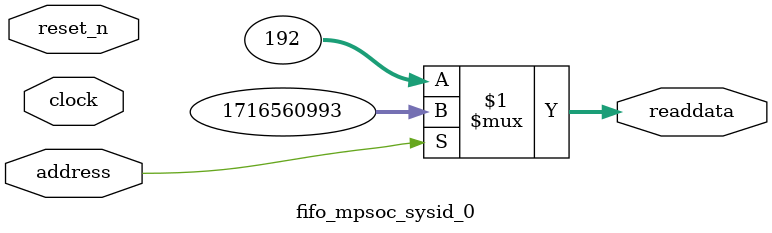
<source format=v>

`timescale 1ns / 1ps
// synthesis translate_on

// turn off superfluous verilog processor warnings 
// altera message_level Level1 
// altera message_off 10034 10035 10036 10037 10230 10240 10030 

module fifo_mpsoc_sysid_0 (
               // inputs:
                address,
                clock,
                reset_n,

               // outputs:
                readdata
             )
;

  output  [ 31: 0] readdata;
  input            address;
  input            clock;
  input            reset_n;

  wire    [ 31: 0] readdata;
  //control_slave, which is an e_avalon_slave
  assign readdata = address ? 1716560993 : 192;

endmodule




</source>
